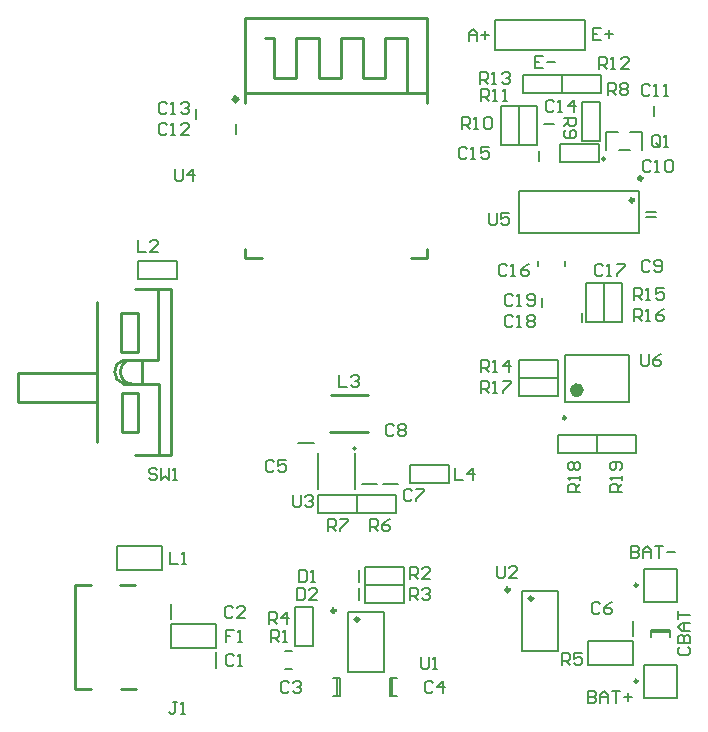
<source format=gto>
G04*
G04 #@! TF.GenerationSoftware,Altium Limited,Altium Designer,22.1.2 (22)*
G04*
G04 Layer_Color=65535*
%FSLAX24Y24*%
%MOIN*%
G70*
G04*
G04 #@! TF.SameCoordinates,162C4C40-B8F5-4961-9C55-0291AD4F2388*
G04*
G04*
G04 #@! TF.FilePolarity,Positive*
G04*
G01*
G75*
%ADD10C,0.0100*%
%ADD11C,0.0150*%
%ADD12C,0.0098*%
%ADD13C,0.0236*%
%ADD14C,0.0118*%
%ADD15C,0.0079*%
%ADD16C,0.0080*%
%ADD17C,0.0060*%
%ADD18C,0.0050*%
D10*
X1270Y13998D02*
G03*
X1270Y13198I124J-400D01*
G01*
X1570Y13998D02*
G03*
X1570Y13198I0J-400D01*
G01*
X1195Y14248D02*
X1745D01*
Y15548D01*
X1195D02*
X1745D01*
X1195Y14248D02*
Y15548D01*
X1220Y11598D02*
X1770D01*
Y12898D01*
X1220D02*
X1770D01*
X1220Y11598D02*
Y12898D01*
X1666Y16354D02*
X2856D01*
X376Y11257D02*
Y15939D01*
X1666Y10842D02*
X2860D01*
X-2230Y12583D02*
X-2230Y13548D01*
X-2230Y12583D02*
X376D01*
X-2233Y13548D02*
X373D01*
X1270Y13198D02*
X1658D01*
X1270Y13998D02*
X1658D01*
X1893Y13198D02*
Y13998D01*
X2420D02*
Y16354D01*
X1570Y13998D02*
X2420D01*
X1570Y13198D02*
X2455D01*
Y10842D02*
Y13198D01*
X2860Y10842D02*
Y16354D01*
X10846Y17381D02*
X11396D01*
Y17681D01*
X5326Y17381D02*
X5896D01*
X5326D02*
Y17681D01*
X11396Y22551D02*
Y25371D01*
X5326Y25381D02*
X11396D01*
X5326Y22561D02*
Y25381D01*
X6002Y24715D02*
X6292D01*
Y23395D02*
Y24715D01*
Y23395D02*
X7032D01*
Y24715D01*
X7772D01*
Y23395D02*
Y24715D01*
Y23395D02*
X8512D01*
Y24715D01*
X9252D01*
Y23395D02*
Y24715D01*
Y23395D02*
X9982D01*
Y24715D01*
X10722D01*
Y22945D02*
Y24715D01*
X10922Y22885D02*
X11380D01*
X5332D02*
X10922D01*
X8170Y11580D02*
X9430D01*
X8175Y12830D02*
X9435D01*
X1185Y3041D02*
X1673D01*
X1166Y6506D02*
X1654D01*
X-350Y3037D02*
X182D01*
X-350Y6506D02*
X194D01*
X-350Y3037D02*
Y6510D01*
D11*
X5066Y22681D02*
G03*
X5066Y22681I-60J0D01*
G01*
D12*
X17320Y20695D02*
G03*
X17320Y20695I-49J0D01*
G01*
X16015Y12062D02*
G03*
X16015Y12062I-49J0D01*
G01*
X18406Y6492D02*
G03*
X18406Y6492I-49J0D01*
G01*
Y3292D02*
G03*
X18406Y3292I-49J0D01*
G01*
D13*
X16499Y12987D02*
G03*
X16499Y12987I-118J0D01*
G01*
D14*
X18272Y19322D02*
G03*
X18272Y19322I-59J0D01*
G01*
X18561Y20052D02*
G03*
X18561Y20052I-59J0D01*
G01*
X8330Y5636D02*
G03*
X8330Y5636I-59J0D01*
G01*
X9117Y5345D02*
G03*
X9117Y5345I-59J0D01*
G01*
X14133Y6333D02*
G03*
X14133Y6333I-59J0D01*
G01*
X14920Y6042D02*
G03*
X14920Y6042I-59J0D01*
G01*
D15*
X9010Y11045D02*
G03*
X9010Y11045I-39J0D01*
G01*
X10143Y3410D02*
X10379D01*
X10143Y2780D02*
X10379D01*
X10143D02*
Y3410D01*
X10217Y2780D02*
Y3410D01*
X8243Y2780D02*
X8479D01*
X8243Y3410D02*
X8479D01*
Y2780D02*
Y3410D01*
X8404Y2780D02*
Y3410D01*
X18703Y18926D02*
X19018D01*
X18113Y12594D02*
Y14168D01*
X15987Y12594D02*
Y14168D01*
X18113D01*
X15987Y12594D02*
X18113D01*
X15987Y17121D02*
Y17279D01*
X15087Y17121D02*
Y17279D01*
X13660Y25320D02*
X16660D01*
X13660Y24320D02*
Y25320D01*
Y24320D02*
X16660D01*
Y25320D01*
X15130Y20638D02*
Y20953D01*
X18969Y22143D02*
Y22457D01*
X15303Y21865D02*
X15618D01*
X18703Y18765D02*
X19018D01*
X5030Y21538D02*
Y21853D01*
X3691Y22038D02*
Y22353D01*
X16569Y15246D02*
Y15561D01*
X15231Y15746D02*
Y16061D01*
X9205Y9847D02*
X9717D01*
X9905D02*
X10417D01*
X7098Y11212D02*
X7610D01*
X6643Y3680D02*
X6879D01*
X6643Y4310D02*
X6879D01*
X18849Y4935D02*
X19479D01*
X18849Y5010D02*
X19479D01*
X18849Y4774D02*
Y5010D01*
X19479Y4774D02*
Y5010D01*
X18613Y5941D02*
X19715D01*
X19715Y5941D02*
Y7043D01*
X18613D02*
X19715D01*
X18613Y5941D02*
Y7043D01*
Y2741D02*
X19715D01*
X19715Y2741D02*
Y3843D01*
X18613D02*
X19715D01*
X18613Y2741D02*
Y3843D01*
X18262Y4786D02*
Y5298D01*
X2852Y5344D02*
Y5856D01*
X4359Y3739D02*
Y4251D01*
D16*
X16764Y3842D02*
Y4642D01*
Y3842D02*
X18264D01*
Y4642D01*
X16764D02*
X18264D01*
X1750Y17300D02*
X3050D01*
Y16700D02*
Y17300D01*
X1750Y16700D02*
X3050D01*
X1750D02*
Y17300D01*
X9130Y6598D02*
Y6992D01*
Y5998D02*
Y6392D01*
X10611Y6495D02*
Y7095D01*
X9311D02*
X10611D01*
X9311Y6495D02*
Y7095D01*
Y6495D02*
X10611D01*
Y5895D02*
Y6495D01*
X9311D02*
X10611D01*
X9311Y5895D02*
Y6495D01*
Y5895D02*
X10611D01*
X15881Y23485D02*
X17181D01*
Y22885D02*
Y23485D01*
X15881Y22885D02*
X17181D01*
X15881D02*
Y23485D01*
X14581D02*
X15881D01*
Y22885D02*
Y23485D01*
X14581Y22885D02*
X15881D01*
X14581D02*
Y23485D01*
X16560Y21290D02*
Y22590D01*
X17160D01*
Y21290D02*
Y22590D01*
X16560Y21290D02*
X17160D01*
X15811Y21195D02*
X17111D01*
Y20595D02*
Y21195D01*
X15811Y20595D02*
X17111D01*
X15811D02*
Y21195D01*
X14461Y21145D02*
Y22445D01*
X15061D01*
Y21145D02*
Y22445D01*
X14461Y21145D02*
X15061D01*
X13861D02*
Y22445D01*
X14461D01*
Y21145D02*
Y22445D01*
X13861Y21145D02*
X14461D01*
X17900Y15253D02*
Y16553D01*
X17300Y15253D02*
X17900D01*
X17300D02*
Y16553D01*
X17900D01*
X17300Y15253D02*
Y16553D01*
X16700Y15253D02*
X17300D01*
X16700D02*
Y16553D01*
X17300D01*
X15750Y10903D02*
X17050D01*
X15750D02*
Y11503D01*
X17050D01*
Y10903D02*
Y11503D01*
Y10903D02*
X18350D01*
X17050D02*
Y11503D01*
X18350D01*
Y10903D02*
Y11503D01*
X14450Y14003D02*
X15750D01*
Y13403D02*
Y14003D01*
X14450Y13403D02*
X15750D01*
X14450D02*
Y14003D01*
Y13403D02*
X15750D01*
Y12803D02*
Y13403D01*
X14450Y12803D02*
X15750D01*
X14450D02*
Y13403D01*
X10811Y9895D02*
Y10495D01*
Y9895D02*
X12111D01*
Y10495D01*
X10811D02*
X12111D01*
X9071Y9495D02*
X10371D01*
Y8895D02*
Y9495D01*
X9071Y8895D02*
X10371D01*
X9071D02*
Y9495D01*
X7771D02*
X9071D01*
Y8895D02*
Y9495D01*
X7771Y8895D02*
X9071D01*
X7771D02*
Y9495D01*
X7000Y4450D02*
Y5750D01*
X7600D01*
Y4450D02*
Y5750D01*
X7000Y4450D02*
X7600D01*
X1048Y7799D02*
X2548D01*
Y6999D02*
Y7799D01*
X1048Y6999D02*
X2548D01*
X1048D02*
Y7799D01*
X2862Y4396D02*
X4362D01*
X2862D02*
Y5196D01*
X4362D01*
Y4396D02*
Y5196D01*
D17*
X17781Y21009D02*
X18140D01*
X17360Y21581D02*
X17766D01*
X17360Y21009D02*
Y21581D01*
X18155D02*
X18562D01*
Y21009D02*
Y21581D01*
X18462Y18223D02*
Y19618D01*
X14465Y18223D02*
X18462D01*
X14465D02*
Y19618D01*
X18462D01*
X8762Y3601D02*
Y5590D01*
Y3601D02*
X9960D01*
Y5590D01*
X8762D02*
X9960D01*
X14565Y4298D02*
Y6287D01*
Y4298D02*
X15763D01*
Y6287D01*
X14565D02*
X15763D01*
X15257Y24140D02*
X14990D01*
Y23740D01*
X15257D01*
X14990Y23940D02*
X15123D01*
X15390D02*
X15656D01*
X17197Y25050D02*
X16930D01*
Y24650D01*
X17197D01*
X16930Y24850D02*
X17063D01*
X17330D02*
X17596D01*
X17463Y24983D02*
Y24717D01*
X12317Y10400D02*
Y10000D01*
X12583D01*
X12917D02*
Y10400D01*
X12717Y10200D01*
X12983D01*
X19831Y4426D02*
X19764Y4359D01*
Y4226D01*
X19831Y4159D01*
X20097D01*
X20164Y4226D01*
Y4359D01*
X20097Y4426D01*
X19764Y4559D02*
X20164D01*
Y4759D01*
X20097Y4826D01*
X20030D01*
X19964Y4759D01*
Y4559D01*
Y4759D01*
X19897Y4826D01*
X19831D01*
X19764Y4759D01*
Y4559D01*
X20164Y4959D02*
X19897D01*
X19764Y5092D01*
X19897Y5225D01*
X20164D01*
X19964D01*
Y4959D01*
X19764Y5359D02*
Y5625D01*
Y5492D01*
X20164D01*
X18517Y14181D02*
Y13848D01*
X18583Y13781D01*
X18717D01*
X18783Y13848D01*
Y14181D01*
X19183D02*
X19050Y14114D01*
X18917Y13981D01*
Y13848D01*
X18983Y13781D01*
X19117D01*
X19183Y13848D01*
Y13914D01*
X19117Y13981D01*
X18917D01*
X13440Y18901D02*
Y18568D01*
X13507Y18501D01*
X13640D01*
X13707Y18568D01*
Y18901D01*
X14106D02*
X13840D01*
Y18701D01*
X13973Y18767D01*
X14040D01*
X14106Y18701D01*
Y18568D01*
X14040Y18501D01*
X13907D01*
X13840Y18568D01*
X2987Y20360D02*
Y20027D01*
X3053Y19960D01*
X3187D01*
X3253Y20027D01*
Y20360D01*
X3587Y19960D02*
Y20360D01*
X3387Y20160D01*
X3653D01*
X6927Y9495D02*
Y9162D01*
X6994Y9095D01*
X7127D01*
X7194Y9162D01*
Y9495D01*
X7327Y9429D02*
X7394Y9495D01*
X7527D01*
X7594Y9429D01*
Y9362D01*
X7527Y9295D01*
X7461D01*
X7527D01*
X7594Y9229D01*
Y9162D01*
X7527Y9095D01*
X7394D01*
X7327Y9162D01*
X13711Y7115D02*
Y6782D01*
X13777Y6715D01*
X13911D01*
X13977Y6782D01*
Y7115D01*
X14377Y6715D02*
X14110D01*
X14377Y6982D01*
Y7049D01*
X14310Y7115D01*
X14177D01*
X14110Y7049D01*
X11194Y4095D02*
Y3762D01*
X11261Y3695D01*
X11394D01*
X11461Y3762D01*
Y4095D01*
X11594Y3695D02*
X11727D01*
X11661D01*
Y4095D01*
X11594Y4029D01*
X2400Y10333D02*
X2333Y10400D01*
X2200D01*
X2133Y10333D01*
Y10267D01*
X2200Y10200D01*
X2333D01*
X2400Y10133D01*
Y10067D01*
X2333Y10000D01*
X2200D01*
X2133Y10067D01*
X2533Y10400D02*
Y10000D01*
X2667Y10133D01*
X2800Y10000D01*
Y10400D01*
X2933Y10000D02*
X3067D01*
X3000D01*
Y10400D01*
X2933Y10333D01*
X17900Y9603D02*
X17500D01*
Y9803D01*
X17567Y9870D01*
X17700D01*
X17767Y9803D01*
Y9603D01*
Y9737D02*
X17900Y9870D01*
Y10003D02*
Y10136D01*
Y10070D01*
X17500D01*
X17567Y10003D01*
X17833Y10336D02*
X17900Y10403D01*
Y10536D01*
X17833Y10603D01*
X17567D01*
X17500Y10536D01*
Y10403D01*
X17567Y10336D01*
X17633D01*
X17700Y10403D01*
Y10603D01*
X16500Y9603D02*
X16100D01*
Y9803D01*
X16167Y9870D01*
X16300D01*
X16367Y9803D01*
Y9603D01*
Y9737D02*
X16500Y9870D01*
Y10003D02*
Y10136D01*
Y10070D01*
X16100D01*
X16167Y10003D01*
Y10336D02*
X16100Y10403D01*
Y10536D01*
X16167Y10603D01*
X16233D01*
X16300Y10536D01*
X16367Y10603D01*
X16433D01*
X16500Y10536D01*
Y10403D01*
X16433Y10336D01*
X16367D01*
X16300Y10403D01*
X16233Y10336D01*
X16167D01*
X16300Y10403D02*
Y10536D01*
X13200Y12903D02*
Y13303D01*
X13400D01*
X13467Y13236D01*
Y13103D01*
X13400Y13037D01*
X13200D01*
X13333D02*
X13467Y12903D01*
X13600D02*
X13733D01*
X13667D01*
Y13303D01*
X13600Y13236D01*
X13933Y13303D02*
X14200D01*
Y13236D01*
X13933Y12970D01*
Y12903D01*
X18300Y15303D02*
Y15703D01*
X18500D01*
X18567Y15636D01*
Y15503D01*
X18500Y15437D01*
X18300D01*
X18433D02*
X18567Y15303D01*
X18700D02*
X18833D01*
X18767D01*
Y15703D01*
X18700Y15636D01*
X19300Y15703D02*
X19167Y15636D01*
X19033Y15503D01*
Y15370D01*
X19100Y15303D01*
X19233D01*
X19300Y15370D01*
Y15437D01*
X19233Y15503D01*
X19033D01*
X18300Y16003D02*
Y16403D01*
X18500D01*
X18567Y16336D01*
Y16203D01*
X18500Y16136D01*
X18300D01*
X18433D02*
X18567Y16003D01*
X18700D02*
X18833D01*
X18767D01*
Y16403D01*
X18700Y16336D01*
X19300Y16403D02*
X19033D01*
Y16203D01*
X19167Y16270D01*
X19233D01*
X19300Y16203D01*
Y16070D01*
X19233Y16003D01*
X19100D01*
X19033Y16070D01*
X13200Y13603D02*
Y14003D01*
X13400D01*
X13467Y13936D01*
Y13803D01*
X13400Y13736D01*
X13200D01*
X13333D02*
X13467Y13603D01*
X13600D02*
X13733D01*
X13667D01*
Y14003D01*
X13600Y13936D01*
X14133Y13603D02*
Y14003D01*
X13933Y13803D01*
X14200D01*
X13170Y23200D02*
Y23600D01*
X13370D01*
X13437Y23533D01*
Y23400D01*
X13370Y23333D01*
X13170D01*
X13303D02*
X13437Y23200D01*
X13570D02*
X13703D01*
X13637D01*
Y23600D01*
X13570Y23533D01*
X13903D02*
X13970Y23600D01*
X14103D01*
X14170Y23533D01*
Y23467D01*
X14103Y23400D01*
X14037D01*
X14103D01*
X14170Y23333D01*
Y23267D01*
X14103Y23200D01*
X13970D01*
X13903Y23267D01*
X17110Y23690D02*
Y24090D01*
X17310D01*
X17377Y24023D01*
Y23890D01*
X17310Y23823D01*
X17110D01*
X17243D02*
X17377Y23690D01*
X17510D02*
X17643D01*
X17577D01*
Y24090D01*
X17510Y24023D01*
X18110Y23690D02*
X17843D01*
X18110Y23957D01*
Y24023D01*
X18043Y24090D01*
X17910D01*
X17843Y24023D01*
X13187Y22620D02*
Y23020D01*
X13387D01*
X13453Y22953D01*
Y22820D01*
X13387Y22753D01*
X13187D01*
X13320D02*
X13453Y22620D01*
X13587D02*
X13720D01*
X13653D01*
Y23020D01*
X13587Y22953D01*
X13920Y22620D02*
X14053D01*
X13987D01*
Y23020D01*
X13920Y22953D01*
X12561Y21695D02*
Y22095D01*
X12761D01*
X12827Y22029D01*
Y21895D01*
X12761Y21829D01*
X12561D01*
X12694D02*
X12827Y21695D01*
X12961D02*
X13094D01*
X13027D01*
Y22095D01*
X12961Y22029D01*
X13294D02*
X13361Y22095D01*
X13494D01*
X13560Y22029D01*
Y21762D01*
X13494Y21695D01*
X13361D01*
X13294Y21762D01*
Y22029D01*
X15960Y22063D02*
X16360D01*
Y21863D01*
X16293Y21797D01*
X16160D01*
X16093Y21863D01*
Y22063D01*
Y21930D02*
X15960Y21797D01*
X16027Y21663D02*
X15960Y21597D01*
Y21463D01*
X16027Y21397D01*
X16293D01*
X16360Y21463D01*
Y21597D01*
X16293Y21663D01*
X16227D01*
X16160Y21597D01*
Y21397D01*
X17427Y22840D02*
Y23240D01*
X17627D01*
X17693Y23173D01*
Y23040D01*
X17627Y22973D01*
X17427D01*
X17560D02*
X17693Y22840D01*
X17827Y23173D02*
X17893Y23240D01*
X18027D01*
X18093Y23173D01*
Y23107D01*
X18027Y23040D01*
X18093Y22973D01*
Y22907D01*
X18027Y22840D01*
X17893D01*
X17827Y22907D01*
Y22973D01*
X17893Y23040D01*
X17827Y23107D01*
Y23173D01*
X17893Y23040D02*
X18027D01*
X8087Y8295D02*
Y8695D01*
X8287D01*
X8354Y8629D01*
Y8495D01*
X8287Y8429D01*
X8087D01*
X8221D02*
X8354Y8295D01*
X8487Y8695D02*
X8754D01*
Y8629D01*
X8487Y8362D01*
Y8295D01*
X9487D02*
Y8695D01*
X9687D01*
X9754Y8629D01*
Y8495D01*
X9687Y8429D01*
X9487D01*
X9621D02*
X9754Y8295D01*
X10154Y8695D02*
X10021Y8629D01*
X9887Y8495D01*
Y8362D01*
X9954Y8295D01*
X10087D01*
X10154Y8362D01*
Y8429D01*
X10087Y8495D01*
X9887D01*
X15887Y3830D02*
Y4230D01*
X16087D01*
X16153Y4163D01*
Y4030D01*
X16087Y3963D01*
X15887D01*
X16020D02*
X16153Y3830D01*
X16553Y4230D02*
X16287D01*
Y4030D01*
X16420Y4097D01*
X16487D01*
X16553Y4030D01*
Y3897D01*
X16487Y3830D01*
X16353D01*
X16287Y3897D01*
X6106Y5205D02*
Y5605D01*
X6306D01*
X6373Y5538D01*
Y5405D01*
X6306Y5338D01*
X6106D01*
X6239D02*
X6373Y5205D01*
X6706D02*
Y5605D01*
X6506Y5405D01*
X6773D01*
X10827Y5995D02*
Y6395D01*
X11027D01*
X11094Y6329D01*
Y6195D01*
X11027Y6129D01*
X10827D01*
X10961D02*
X11094Y5995D01*
X11227Y6329D02*
X11294Y6395D01*
X11427D01*
X11494Y6329D01*
Y6262D01*
X11427Y6195D01*
X11361D01*
X11427D01*
X11494Y6129D01*
Y6062D01*
X11427Y5995D01*
X11294D01*
X11227Y6062D01*
X10827Y6695D02*
Y7095D01*
X11027D01*
X11094Y7029D01*
Y6895D01*
X11027Y6829D01*
X10827D01*
X10961D02*
X11094Y6695D01*
X11494D02*
X11227D01*
X11494Y6962D01*
Y7029D01*
X11427Y7095D01*
X11294D01*
X11227Y7029D01*
X6194Y4595D02*
Y4995D01*
X6394D01*
X6461Y4929D01*
Y4795D01*
X6394Y4729D01*
X6194D01*
X6327D02*
X6461Y4595D01*
X6594D02*
X6727D01*
X6661D01*
Y4995D01*
X6594Y4929D01*
X19161Y21162D02*
Y21429D01*
X19094Y21495D01*
X18961D01*
X18894Y21429D01*
Y21162D01*
X18961Y21095D01*
X19094D01*
X19027Y21229D02*
X19161Y21095D01*
X19094D02*
X19161Y21162D01*
X19294Y21095D02*
X19427D01*
X19361D01*
Y21495D01*
X19294Y21429D01*
X12777Y24630D02*
Y24897D01*
X12910Y25030D01*
X13043Y24897D01*
Y24630D01*
Y24830D01*
X12777D01*
X13177D02*
X13443D01*
X13310Y24963D02*
Y24697D01*
X18187Y7790D02*
Y7390D01*
X18387D01*
X18453Y7457D01*
Y7523D01*
X18387Y7590D01*
X18187D01*
X18387D01*
X18453Y7657D01*
Y7723D01*
X18387Y7790D01*
X18187D01*
X18587Y7390D02*
Y7657D01*
X18720Y7790D01*
X18853Y7657D01*
Y7390D01*
Y7590D01*
X18587D01*
X18987Y7790D02*
X19253D01*
X19120D01*
Y7390D01*
X19387Y7590D02*
X19653D01*
X16767Y2970D02*
Y2570D01*
X16967D01*
X17033Y2637D01*
Y2703D01*
X16967Y2770D01*
X16767D01*
X16967D01*
X17033Y2837D01*
Y2903D01*
X16967Y2970D01*
X16767D01*
X17167Y2570D02*
Y2837D01*
X17300Y2970D01*
X17433Y2837D01*
Y2570D01*
Y2770D01*
X17167D01*
X17567Y2970D02*
X17833D01*
X17700D01*
Y2570D01*
X17967Y2770D02*
X18233D01*
X18100Y2903D02*
Y2637D01*
X8467Y13500D02*
Y13100D01*
X8733D01*
X8867Y13433D02*
X8933Y13500D01*
X9067D01*
X9133Y13433D01*
Y13367D01*
X9067Y13300D01*
X9000D01*
X9067D01*
X9133Y13233D01*
Y13167D01*
X9067Y13100D01*
X8933D01*
X8867Y13167D01*
X1771Y17999D02*
Y17599D01*
X2037D01*
X2437D02*
X2171D01*
X2437Y17866D01*
Y17932D01*
X2370Y17999D01*
X2237D01*
X2171Y17932D01*
X2833Y7600D02*
Y7200D01*
X3100D01*
X3233D02*
X3367D01*
X3300D01*
Y7600D01*
X3233Y7533D01*
X3039Y2605D02*
X2906D01*
X2973D01*
Y2271D01*
X2906Y2205D01*
X2839D01*
X2773Y2271D01*
X3173Y2205D02*
X3306D01*
X3239D01*
Y2605D01*
X3173Y2538D01*
X4961Y4995D02*
X4694D01*
Y4795D01*
X4827D01*
X4694D01*
Y4595D01*
X5094D02*
X5227D01*
X5161D01*
Y4995D01*
X5094Y4929D01*
X7067Y6400D02*
Y6000D01*
X7267D01*
X7333Y6067D01*
Y6333D01*
X7267Y6400D01*
X7067D01*
X7733Y6000D02*
X7467D01*
X7733Y6267D01*
Y6333D01*
X7667Y6400D01*
X7533D01*
X7467Y6333D01*
X7133Y7000D02*
Y6600D01*
X7333D01*
X7400Y6667D01*
Y6933D01*
X7333Y7000D01*
X7133D01*
X7533Y6600D02*
X7667D01*
X7600D01*
Y7000D01*
X7533Y6933D01*
X14267Y16136D02*
X14200Y16203D01*
X14067D01*
X14000Y16136D01*
Y15870D01*
X14067Y15803D01*
X14200D01*
X14267Y15870D01*
X14400Y15803D02*
X14533D01*
X14467D01*
Y16203D01*
X14400Y16136D01*
X14733Y15870D02*
X14800Y15803D01*
X14933D01*
X15000Y15870D01*
Y16136D01*
X14933Y16203D01*
X14800D01*
X14733Y16136D01*
Y16070D01*
X14800Y16003D01*
X15000D01*
X14267Y15436D02*
X14200Y15503D01*
X14067D01*
X14000Y15436D01*
Y15170D01*
X14067Y15103D01*
X14200D01*
X14267Y15170D01*
X14400Y15103D02*
X14533D01*
X14467D01*
Y15503D01*
X14400Y15436D01*
X14733D02*
X14800Y15503D01*
X14933D01*
X15000Y15436D01*
Y15370D01*
X14933Y15303D01*
X15000Y15237D01*
Y15170D01*
X14933Y15103D01*
X14800D01*
X14733Y15170D01*
Y15237D01*
X14800Y15303D01*
X14733Y15370D01*
Y15436D01*
X14800Y15303D02*
X14933D01*
X17267Y17133D02*
X17200Y17200D01*
X17067D01*
X17000Y17133D01*
Y16867D01*
X17067Y16800D01*
X17200D01*
X17267Y16867D01*
X17400Y16800D02*
X17533D01*
X17467D01*
Y17200D01*
X17400Y17133D01*
X17733Y17200D02*
X18000D01*
Y17133D01*
X17733Y16867D01*
Y16800D01*
X14067Y17133D02*
X14000Y17200D01*
X13867D01*
X13800Y17133D01*
Y16867D01*
X13867Y16800D01*
X14000D01*
X14067Y16867D01*
X14200Y16800D02*
X14333D01*
X14267D01*
Y17200D01*
X14200Y17133D01*
X14800Y17200D02*
X14667Y17133D01*
X14533Y17000D01*
Y16867D01*
X14600Y16800D01*
X14733D01*
X14800Y16867D01*
Y16933D01*
X14733Y17000D01*
X14533D01*
X12727Y21029D02*
X12661Y21095D01*
X12527D01*
X12461Y21029D01*
Y20762D01*
X12527Y20695D01*
X12661D01*
X12727Y20762D01*
X12861Y20695D02*
X12994D01*
X12927D01*
Y21095D01*
X12861Y21029D01*
X13460Y21095D02*
X13194D01*
Y20895D01*
X13327Y20962D01*
X13394D01*
X13460Y20895D01*
Y20762D01*
X13394Y20695D01*
X13261D01*
X13194Y20762D01*
X15637Y22583D02*
X15570Y22650D01*
X15437D01*
X15370Y22583D01*
Y22317D01*
X15437Y22250D01*
X15570D01*
X15637Y22317D01*
X15770Y22250D02*
X15903D01*
X15837D01*
Y22650D01*
X15770Y22583D01*
X16303Y22250D02*
Y22650D01*
X16103Y22450D01*
X16370D01*
X2727Y22529D02*
X2661Y22595D01*
X2527D01*
X2461Y22529D01*
Y22262D01*
X2527Y22195D01*
X2661D01*
X2727Y22262D01*
X2861Y22195D02*
X2994D01*
X2927D01*
Y22595D01*
X2861Y22529D01*
X3194D02*
X3261Y22595D01*
X3394D01*
X3460Y22529D01*
Y22462D01*
X3394Y22395D01*
X3327D01*
X3394D01*
X3460Y22329D01*
Y22262D01*
X3394Y22195D01*
X3261D01*
X3194Y22262D01*
X2727Y21829D02*
X2661Y21895D01*
X2527D01*
X2461Y21829D01*
Y21562D01*
X2527Y21495D01*
X2661D01*
X2727Y21562D01*
X2861Y21495D02*
X2994D01*
X2927D01*
Y21895D01*
X2861Y21829D01*
X3460Y21495D02*
X3194D01*
X3460Y21762D01*
Y21829D01*
X3394Y21895D01*
X3261D01*
X3194Y21829D01*
X18833Y23133D02*
X18767Y23200D01*
X18633D01*
X18567Y23133D01*
Y22867D01*
X18633Y22800D01*
X18767D01*
X18833Y22867D01*
X18967Y22800D02*
X19100D01*
X19033D01*
Y23200D01*
X18967Y23133D01*
X19300Y22800D02*
X19433D01*
X19367D01*
Y23200D01*
X19300Y23133D01*
X18855Y20606D02*
X18788Y20672D01*
X18655D01*
X18588Y20606D01*
Y20339D01*
X18655Y20273D01*
X18788D01*
X18855Y20339D01*
X18988Y20273D02*
X19122D01*
X19055D01*
Y20672D01*
X18988Y20606D01*
X19321D02*
X19388Y20672D01*
X19521D01*
X19588Y20606D01*
Y20339D01*
X19521Y20273D01*
X19388D01*
X19321Y20339D01*
Y20606D01*
X18825Y17259D02*
X18758Y17326D01*
X18625D01*
X18558Y17259D01*
Y16993D01*
X18625Y16926D01*
X18758D01*
X18825Y16993D01*
X18958D02*
X19025Y16926D01*
X19158D01*
X19225Y16993D01*
Y17259D01*
X19158Y17326D01*
X19025D01*
X18958Y17259D01*
Y17193D01*
X19025Y17126D01*
X19225D01*
X10283Y11783D02*
X10217Y11850D01*
X10083D01*
X10017Y11783D01*
Y11517D01*
X10083Y11450D01*
X10217D01*
X10283Y11517D01*
X10417Y11783D02*
X10483Y11850D01*
X10617D01*
X10683Y11783D01*
Y11717D01*
X10617Y11650D01*
X10683Y11583D01*
Y11517D01*
X10617Y11450D01*
X10483D01*
X10417Y11517D01*
Y11583D01*
X10483Y11650D01*
X10417Y11717D01*
Y11783D01*
X10483Y11650D02*
X10617D01*
X10883Y9633D02*
X10817Y9700D01*
X10683D01*
X10617Y9633D01*
Y9367D01*
X10683Y9300D01*
X10817D01*
X10883Y9367D01*
X11017Y9700D02*
X11283D01*
Y9633D01*
X11017Y9367D01*
Y9300D01*
X17147Y5875D02*
X17081Y5942D01*
X16947D01*
X16881Y5875D01*
Y5609D01*
X16947Y5542D01*
X17081D01*
X17147Y5609D01*
X17547Y5942D02*
X17414Y5875D01*
X17280Y5742D01*
Y5609D01*
X17347Y5542D01*
X17480D01*
X17547Y5609D01*
Y5676D01*
X17480Y5742D01*
X17280D01*
X6288Y10597D02*
X6221Y10664D01*
X6088D01*
X6021Y10597D01*
Y10331D01*
X6088Y10264D01*
X6221D01*
X6288Y10331D01*
X6688Y10664D02*
X6421D01*
Y10464D01*
X6554Y10531D01*
X6621D01*
X6688Y10464D01*
Y10331D01*
X6621Y10264D01*
X6488D01*
X6421Y10331D01*
X11594Y3229D02*
X11527Y3295D01*
X11394D01*
X11327Y3229D01*
Y2962D01*
X11394Y2895D01*
X11527D01*
X11594Y2962D01*
X11927Y2895D02*
Y3295D01*
X11727Y3095D01*
X11994D01*
X6794Y3229D02*
X6727Y3295D01*
X6594D01*
X6527Y3229D01*
Y2962D01*
X6594Y2895D01*
X6727D01*
X6794Y2962D01*
X6927Y3229D02*
X6994Y3295D01*
X7127D01*
X7194Y3229D01*
Y3162D01*
X7127Y3095D01*
X7061D01*
X7127D01*
X7194Y3029D01*
Y2962D01*
X7127Y2895D01*
X6994D01*
X6927Y2962D01*
X4933Y5733D02*
X4867Y5800D01*
X4733D01*
X4667Y5733D01*
Y5467D01*
X4733Y5400D01*
X4867D01*
X4933Y5467D01*
X5333Y5400D02*
X5067D01*
X5333Y5667D01*
Y5733D01*
X5267Y5800D01*
X5133D01*
X5067Y5733D01*
X4961Y4129D02*
X4894Y4195D01*
X4761D01*
X4694Y4129D01*
Y3862D01*
X4761Y3795D01*
X4894D01*
X4961Y3862D01*
X5094Y3795D02*
X5227D01*
X5161D01*
Y4195D01*
X5094Y4129D01*
D18*
X8974Y9695D02*
Y10896D01*
X7747Y9695D02*
Y10896D01*
M02*

</source>
